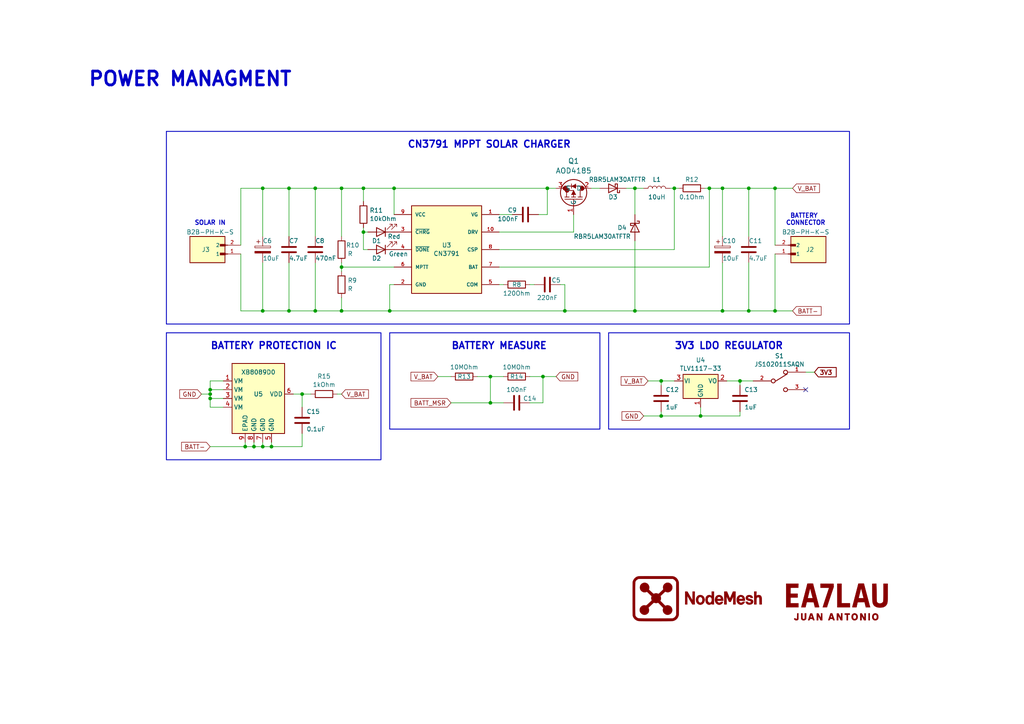
<source format=kicad_sch>
(kicad_sch (version 20250114) (generator "eeschema") (generator_version "9.0")
  (paper "A4")
  (title_block (title "NODEMESHPCB - POWER MANAGMENT") (date "18/06/2025") (rev "v1.0"))
  (lib_symbols
    (symbol "AOD4185:AOD4185" (pin_names (offset 0.254))
      (property "Reference" "Q" (at 11.43 1.905 0))
      (property "Value" "AOD4185" (at 11.43 -2.54 0))
      (symbol "AOD4185_0_1"
        (pin unspecified line (at 0 0 0) (length 2.54) (name "G") (number "1"))
        (pin unspecified line (at 7.62 5.08 270) (length 2.54) (name "D") (number "2"))
        (pin unspecified line (at 7.62 -5.08 90) (length 2.54) (name "S") (number "3"))
      )
    )
    (symbol "B2B-PH-K-S:B2B-PH-K-S" (pin_names (offset 1.016))
      (property "Reference" "J" (at -5.58 5.08 0))
      (property "Value" "B2B-PH-K-S" (at -6.35 -4.826 0))
      (symbol "B2B-PH-K-S_0_0"
        (pin passive line (at -8.89 2.54 0) (length 5.08) (name "1") (number "1"))
        (pin passive line (at -8.89 0 0) (length 5.08) (name "2") (number "2"))
      )
    )
    (symbol "CN3791:CN3791" (pin_names (offset 1.016))
      (property "Reference" "U" (at 0 0 0))
      (property "Value" "CN3791" (at -0.254 -2.286 0))
      (symbol "CN3791_0_0"
        (pin bidirectional line (at -15.24 10.16 0) (length 5.08) (name "VCC") (number "9"))
        (pin bidirectional line (at -15.24 5.08 0) (length 5.08) (name "~{CHRG}") (number "3"))
        (pin bidirectional line (at -15.24 0 0) (length 5.08) (name "~{DONE}") (number "4"))
        (pin bidirectional line (at -15.24 -5.08 0) (length 5.08) (name "MPTT") (number "6"))
        (pin bidirectional line (at -15.24 -10.16 0) (length 5.08) (name "GND") (number "2"))
        (pin bidirectional line (at 15.24 10.16 180) (length 5.08) (name "VG") (number "1"))
        (pin bidirectional line (at 15.24 5.08 180) (length 5.08) (name "DRV") (number "10"))
        (pin bidirectional line (at 15.24 0 180) (length 5.08) (name "CSP") (number "8"))
        (pin bidirectional line (at 15.24 -5.08 180) (length 5.08) (name "BAT") (number "7"))
        (pin bidirectional line (at 15.24 -10.16 180) (length 5.08) (name "COM") (number "5"))
      )
    )
    (symbol "Device:C" (pin_numbers (hide yes)) (pin_names (offset 0.254))
      (property "Reference" "C" (at 0.635 2.54 0))
      (property "Value" "C" (at 0.635 -2.54 0))
      (symbol "C_1_1"
        (pin passive line (at 0 3.81 270) (length 2.794) (name "~") (number "1"))
        (pin passive line (at 0 -3.81 90) (length 2.794) (name "~") (number "2"))
      )
    )
    (symbol "Device:C_Polarized" (pin_numbers (hide yes)) (pin_names (offset 0.254))
      (property "Reference" "C" (at 0.635 2.54 0))
      (property "Value" "C_Polarized" (at 0.635 -2.54 0))
      (symbol "C_Polarized_1_1"
        (pin passive line (at 0 3.81 270) (length 2.794) (name "~") (number "1"))
        (pin passive line (at 0 -3.81 90) (length 2.794) (name "~") (number "2"))
      )
    )
    (symbol "Device:D_Schottky" (pin_numbers (hide yes)) (pin_names (offset 1.016) (hide yes))
      (property "Reference" "D" (at 0 2.54 0))
      (property "Value" "D_Schottky" (at 0 -2.54 0))
      (symbol "D_Schottky_1_1"
        (pin passive line (at -3.81 0 0) (length 2.54) (name "K") (number "1"))
        (pin passive line (at 3.81 0 180) (length 2.54) (name "A") (number "2"))
      )
    )
    (symbol "Device:L" (pin_numbers (hide yes)) (pin_names (offset 1.016) (hide yes))
      (property "Reference" "L" (at -1.27 0 90))
      (property "Value" "L" (at 1.905 0 90))
      (symbol "L_1_1"
        (pin passive line (at 0 3.81 270) (length 1.27) (name "1") (number "1"))
        (pin passive line (at 0 -3.81 90) (length 1.27) (name "2") (number "2"))
      )
    )
    (symbol "Device:LED" (pin_numbers (hide yes)) (pin_names (offset 1.016) (hide yes))
      (property "Reference" "D" (at 0 2.54 0))
      (property "Value" "LED" (at 0 -2.54 0))
      (symbol "LED_1_1"
        (pin passive line (at -3.81 0 0) (length 2.54) (name "K") (number "1"))
        (pin passive line (at 3.81 0 180) (length 2.54) (name "A") (number "2"))
      )
    )
    (symbol "Device:R" (pin_numbers (hide yes)) (pin_names (offset 0))
      (property "Reference" "R" (at 2.032 0 90))
      (property "Value" "R" (at 0 0 90))
      (symbol "R_1_1"
        (pin passive line (at 0 3.81 270) (length 1.27) (name "~") (number "1"))
        (pin passive line (at 0 -3.81 90) (length 1.27) (name "~") (number "2"))
      )
    )
    (symbol "EA7LAULogo2:LOGO" (pin_names (offset 1.016)))
    (symbol "JS102011SAQN:JS102011SAQN" (pin_names (offset 1.016))
      (property "Reference" "S" (at -7.6229 5.0819 0))
      (property "Value" "JS102011SAQN" (at -7.6286 -5.0857 0))
      (symbol "JS102011SAQN_0_0"
        (pin passive line (at -7.62 2.54 0) (length 5.08) (name "~") (number "1"))
        (pin passive line (at -7.62 -2.54 0) (length 5.08) (name "~") (number "3"))
        (pin passive line (at 7.62 0 180) (length 5.08) (name "~") (number "2"))
      )
    )
    (symbol "NodeMeshLogo:LOGO" (pin_names (offset 1.016)))
    (symbol "Regulator_Linear:TLV1117-33" (pin_names (offset 0.254))
      (property "Reference" "U" (at -3.81 3.175 0))
      (property "Value" "TLV1117-33" (at 0 3.175 0))
      (symbol "TLV1117-33_1_1"
        (pin power_in line (at -7.62 0 0) (length 2.54) (name "VI") (number "3"))
        (pin power_in line (at 0 -7.62 90) (length 2.54) (name "GND") (number "1"))
        (pin power_out line (at 7.62 0 180) (length 2.54) (name "VO") (number "2"))
      )
    )
    (symbol "Regulator_Switching:LM25085MY"
      (property "Reference" "U5" (at 0 15.24 0))
      (property "Value" "XB8089D0" (at 0 12.7 0))
      (symbol "LM25085MY_1_1"
        (pin bidirectional line (at -10.16 5.08 0) (length 2.54) (name "VM") (number "1"))
        (pin bidirectional line (at -10.16 2.54 0) (length 2.54) (name "VM") (number "2"))
        (pin bidirectional line (at -10.16 0 0) (length 2.54) (name "VM") (number "3"))
        (pin bidirectional line (at -10.16 -2.54 0) (length 2.54) (name "VM") (number "4"))
        (pin passive line (at -3.81 -12.7 90) (length 2.54) (name "EPAD") (number "9"))
        (pin passive line (at -1.27 -12.7 90) (length 2.54) (name "GND") (number "8"))
        (pin passive line (at 1.27 -12.7 90) (length 2.54) (name "GND") (number "7"))
        (pin passive line (at 3.81 -12.7 90) (length 2.54) (name "GND") (number "5"))
        (pin power_in line (at 10.16 1.27 180) (length 2.54) (name "VDD") (number "6"))
      )
    )
  )
  (rectangle (start 176.53 96.52) (end 246.38 124.46) (stroke (width 0.254)))
  (rectangle (start 48.26 38.1) (end 246.38 93.98) (stroke (width 0.254)))
  (rectangle (start 48.26 96.52) (end 110.49 133.35) (stroke (width 0.254)))
  (rectangle (start 113.03 96.52) (end 173.99 124.46) (stroke (width 0.254)))
  (text "CN3791 MPPT SOLAR CHARGER" (at 118.11 43.18 0) (effects (font (size 2 2) (thickness 0.4) (bold yes)) (justify left bottom)))
  (text "SOLAR IN\n" (at 60.96 64.77 0) (effects (font (size 1.27 1.27) (thickness 0.254) (bold yes))))
  (text "3V3 LDO REGULATOR" (at 195.58 101.6 0) (effects (font (size 2 2) (thickness 0.4) (bold yes)) (justify left bottom)))
  (text "BATTERY \nCONNECTOR\n\n" (at 233.68 64.77 0) (effects (font (size 1.27 1.27) (thickness 0.254) (bold yes))))
  (text "BATTERY MEASURE" (at 130.81 101.6 0) (effects (font (size 2 2) (thickness 0.4) (bold yes)) (justify left bottom)))
  (text "BATTERY PROTECTION IC" (at 60.96 101.6 0) (effects (font (size 2 2) (thickness 0.4) (bold yes)) (justify left bottom)))
  (text "POWER MANAGMENT" (at 25.4 25.4 0) (effects (font (size 4 4) (thickness 0.8) (bold yes)) (justify left bottom)))
  (junction (at 91.44 54.61))
  (junction (at 76.2 90.17))
  (junction (at 184.15 54.61))
  (junction (at 60.96 113.03))
  (junction (at 113.03 90.17))
  (junction (at 83.82 90.17))
  (junction (at 60.96 114.3))
  (junction (at 99.06 77.47))
  (junction (at 191.77 110.49))
  (junction (at 105.41 67.31))
  (junction (at 209.55 54.61))
  (junction (at 60.96 115.57))
  (junction (at 73.66 129.54))
  (junction (at 224.79 90.17))
  (junction (at 195.58 54.61))
  (junction (at 142.24 109.22))
  (junction (at 99.06 54.61))
  (junction (at 157.48 109.22))
  (junction (at 163.83 90.17))
  (junction (at 191.77 120.65))
  (junction (at 214.63 110.49))
  (junction (at 205.74 54.61))
  (junction (at 91.44 90.17))
  (junction (at 217.17 54.61))
  (junction (at 99.06 90.17))
  (junction (at 76.2 129.54))
  (junction (at 71.12 129.54))
  (junction (at 142.24 116.84))
  (junction (at 224.79 54.61))
  (junction (at 76.2 54.61))
  (junction (at 217.17 90.17))
  (junction (at 114.3 54.61))
  (junction (at 209.55 90.17))
  (junction (at 184.15 90.17))
  (junction (at 78.74 129.54))
  (junction (at 158.75 54.61))
  (junction (at 105.41 54.61))
  (junction (at 83.82 54.61))
  (junction (at 203.2 120.65))
  (junction (at 87.63 114.3))
  (no_connect (at 233.68 113.03))
  (wire (pts (xy 184.15 90.17) (xy 209.55 90.17)))
  (wire (pts (xy 71.12 128.27) (xy 71.12 129.54)))
  (wire (pts (xy 76.2 128.27) (xy 76.2 129.54)))
  (wire (pts (xy 166.37 62.23) (xy 166.37 67.31)))
  (wire (pts (xy 163.83 82.55) (xy 163.83 90.17)))
  (wire (pts (xy 60.96 114.3) (xy 60.96 113.03)))
  (wire (pts (xy 157.48 109.22) (xy 161.29 109.22)))
  (wire (pts (xy 91.44 54.61) (xy 99.06 54.61)))
  (wire (pts (xy 163.83 82.55) (xy 162.56 82.55)))
  (wire (pts (xy 184.15 54.61) (xy 184.15 62.23)))
  (wire (pts (xy 144.78 72.39) (xy 195.58 72.39)))
  (wire (pts (xy 60.96 115.57) (xy 64.77 115.57)))
  (wire (pts (xy 99.06 90.17) (xy 113.03 90.17)))
  (wire (pts (xy 91.44 90.17) (xy 99.06 90.17)))
  (wire (pts (xy 76.2 54.61) (xy 76.2 68.58)))
  (wire (pts (xy 78.74 129.54) (xy 78.74 128.27)))
  (wire (pts (xy 142.24 109.22) (xy 146.05 109.22)))
  (wire (pts (xy 64.77 118.11) (xy 60.96 118.11)))
  (wire (pts (xy 127 109.22) (xy 130.81 109.22)))
  (wire (pts (xy 76.2 90.17) (xy 83.82 90.17)))
  (wire (pts (xy 99.06 77.47) (xy 99.06 78.74)))
  (wire (pts (xy 214.63 110.49) (xy 214.63 111.76)))
  (wire (pts (xy 191.77 111.76) (xy 191.77 110.49)))
  (wire (pts (xy 163.83 90.17) (xy 184.15 90.17)))
  (wire (pts (xy 60.96 110.49) (xy 64.77 110.49)))
  (wire (pts (xy 224.79 54.61) (xy 229.87 54.61)))
  (wire (pts (xy 144.78 77.47) (xy 205.74 77.47)))
  (wire (pts (xy 60.96 115.57) (xy 60.96 118.11)))
  (wire (pts (xy 106.68 72.39) (xy 105.41 72.39)))
  (wire (pts (xy 87.63 125.73) (xy 87.63 129.54)))
  (wire (pts (xy 217.17 54.61) (xy 217.17 68.58)))
  (wire (pts (xy 204.47 54.61) (xy 205.74 54.61)))
  (wire (pts (xy 142.24 116.84) (xy 142.24 109.22)))
  (wire (pts (xy 130.81 116.84) (xy 142.24 116.84)))
  (wire (pts (xy 217.17 54.61) (xy 224.79 54.61)))
  (wire (pts (xy 69.85 90.17) (xy 76.2 90.17)))
  (wire (pts (xy 209.55 76.2) (xy 209.55 90.17)))
  (wire (pts (xy 203.2 118.11) (xy 203.2 120.65)))
  (wire (pts (xy 203.2 120.65) (xy 214.63 120.65)))
  (wire (pts (xy 205.74 54.61) (xy 209.55 54.61)))
  (wire (pts (xy 210.82 110.49) (xy 214.63 110.49)))
  (wire (pts (xy 105.41 54.61) (xy 114.3 54.61)))
  (wire (pts (xy 187.96 110.49) (xy 191.77 110.49)))
  (wire (pts (xy 69.85 73.66) (xy 69.85 90.17)))
  (wire (pts (xy 113.03 90.17) (xy 163.83 90.17)))
  (wire (pts (xy 99.06 54.61) (xy 99.06 68.58)))
  (wire (pts (xy 158.75 54.61) (xy 161.29 54.61)))
  (wire (pts (xy 60.96 113.03) (xy 64.77 113.03)))
  (wire (pts (xy 158.75 62.23) (xy 158.75 54.61)))
  (wire (pts (xy 195.58 54.61) (xy 196.85 54.61)))
  (wire (pts (xy 194.31 54.61) (xy 195.58 54.61)))
  (wire (pts (xy 191.77 110.49) (xy 195.58 110.49)))
  (wire (pts (xy 146.05 82.55) (xy 144.78 82.55)))
  (wire (pts (xy 224.79 90.17) (xy 229.87 90.17)))
  (wire (pts (xy 157.48 116.84) (xy 153.67 116.84)))
  (wire (pts (xy 105.41 67.31) (xy 105.41 72.39)))
  (wire (pts (xy 73.66 129.54) (xy 76.2 129.54)))
  (wire (pts (xy 83.82 54.61) (xy 91.44 54.61)))
  (wire (pts (xy 60.96 114.3) (xy 60.96 115.57)))
  (wire (pts (xy 99.06 77.47) (xy 114.3 77.47)))
  (wire (pts (xy 113.03 82.55) (xy 113.03 90.17)))
  (wire (pts (xy 209.55 54.61) (xy 217.17 54.61)))
  (wire (pts (xy 205.74 77.47) (xy 205.74 54.61)))
  (wire (pts (xy 224.79 90.17) (xy 217.17 90.17)))
  (wire (pts (xy 87.63 114.3) (xy 90.17 114.3)))
  (wire (pts (xy 83.82 90.17) (xy 91.44 90.17)))
  (wire (pts (xy 97.79 114.3) (xy 99.06 114.3)))
  (wire (pts (xy 83.82 54.61) (xy 83.82 68.58)))
  (wire (pts (xy 105.41 58.42) (xy 105.41 54.61)))
  (wire (pts (xy 186.69 120.65) (xy 191.77 120.65)))
  (wire (pts (xy 69.85 54.61) (xy 76.2 54.61)))
  (wire (pts (xy 87.63 114.3) (xy 85.09 114.3)))
  (wire (pts (xy 214.63 110.49) (xy 218.44 110.49)))
  (wire (pts (xy 224.79 73.66) (xy 224.79 90.17)))
  (wire (pts (xy 138.43 109.22) (xy 142.24 109.22)))
  (wire (pts (xy 209.55 90.17) (xy 217.17 90.17)))
  (wire (pts (xy 158.75 54.61) (xy 114.3 54.61)))
  (wire (pts (xy 73.66 128.27) (xy 73.66 129.54)))
  (wire (pts (xy 114.3 82.55) (xy 113.03 82.55)))
  (wire (pts (xy 76.2 54.61) (xy 83.82 54.61)))
  (wire (pts (xy 171.45 54.61) (xy 173.99 54.61)))
  (wire (pts (xy 191.77 120.65) (xy 203.2 120.65)))
  (wire (pts (xy 195.58 72.39) (xy 195.58 54.61)))
  (wire (pts (xy 58.42 114.3) (xy 60.96 114.3)))
  (wire (pts (xy 191.77 119.38) (xy 191.77 120.65)))
  (wire (pts (xy 71.12 129.54) (xy 73.66 129.54)))
  (wire (pts (xy 87.63 129.54) (xy 78.74 129.54)))
  (wire (pts (xy 60.96 113.03) (xy 60.96 110.49)))
  (wire (pts (xy 217.17 76.2) (xy 217.17 90.17)))
  (wire (pts (xy 99.06 54.61) (xy 105.41 54.61)))
  (wire (pts (xy 236.22 107.95) (xy 233.68 107.95)))
  (wire (pts (xy 158.75 62.23) (xy 156.21 62.23)))
  (wire (pts (xy 76.2 76.2) (xy 76.2 90.17)))
  (wire (pts (xy 153.67 109.22) (xy 157.48 109.22)))
  (wire (pts (xy 209.55 54.61) (xy 209.55 68.58)))
  (wire (pts (xy 99.06 86.36) (xy 99.06 90.17)))
  (wire (pts (xy 114.3 54.61) (xy 114.3 62.23)))
  (wire (pts (xy 154.94 82.55) (xy 153.67 82.55)))
  (wire (pts (xy 91.44 76.2) (xy 91.44 90.17)))
  (wire (pts (xy 83.82 76.2) (xy 83.82 90.17)))
  (wire (pts (xy 69.85 71.12) (xy 69.85 54.61)))
  (wire (pts (xy 76.2 129.54) (xy 78.74 129.54)))
  (wire (pts (xy 148.59 62.23) (xy 144.78 62.23)))
  (wire (pts (xy 105.41 67.31) (xy 106.68 67.31)))
  (wire (pts (xy 184.15 54.61) (xy 186.69 54.61)))
  (wire (pts (xy 181.61 54.61) (xy 184.15 54.61)))
  (wire (pts (xy 87.63 118.11) (xy 87.63 114.3)))
  (wire (pts (xy 157.48 109.22) (xy 157.48 116.84)))
  (wire (pts (xy 99.06 76.2) (xy 99.06 77.47)))
  (wire (pts (xy 91.44 54.61) (xy 91.44 68.58)))
  (wire (pts (xy 146.05 116.84) (xy 142.24 116.84)))
  (wire (pts (xy 224.79 54.61) (xy 224.79 71.12)))
  (wire (pts (xy 166.37 67.31) (xy 144.78 67.31)))
  (wire (pts (xy 105.41 66.04) (xy 105.41 67.31)))
  (wire (pts (xy 60.96 129.54) (xy 71.12 129.54)))
  (wire (pts (xy 184.15 69.85) (xy 184.15 90.17)))
  (wire (pts (xy 214.63 120.65) (xy 214.63 119.38)))
  (global_label "V_BAT" (shape input) (at 229.87 54.61 0) (property "Intersheetrefs" "${INTERSHEET_REFS}" (effects (hide yes))))
  (global_label "GND" (shape input) (at 186.69 120.65 180) (property "Intersheetrefs" "${INTERSHEET_REFS}" (effects (hide yes))))
  (global_label "BATT-" (shape input) (at 60.96 129.54 180) (property "Intersheetrefs" "${INTERSHEET_REFS}" (effects (hide yes))))
  (global_label "BATT_MSR" (shape input) (at 130.81 116.84 180) (property "Intersheetrefs" "${INTERSHEET_REFS}" (effects (hide yes))))
  (global_label "V_BAT" (shape input) (at 187.96 110.49 180) (property "Intersheetrefs" "${INTERSHEET_REFS}" (effects (hide yes))))
  (global_label "V_BAT" (shape input) (at 99.06 114.3 0) (property "Intersheetrefs" "${INTERSHEET_REFS}" (effects (hide yes))))
  (global_label "BATT-" (shape input) (at 229.87 90.17 0) (property "Intersheetrefs" "${INTERSHEET_REFS}" (effects (hide yes))))
  (global_label "3V3" (shape input) (at 236.22 107.95 0) (effects (font (thickness 0.254) (bold yes))) (property "Intersheetrefs" "${INTERSHEET_REFS}" (effects (hide yes))))
  (global_label "GND" (shape input) (at 161.29 109.22 0) (property "Intersheetrefs" "${INTERSHEET_REFS}" (effects (hide yes))))
  (global_label "V_BAT" (shape input) (at 127 109.22 180) (property "Intersheetrefs" "${INTERSHEET_REFS}" (effects (hide yes))))
  (global_label "GND" (shape input) (at 58.42 114.3 180) (property "Intersheetrefs" "${INTERSHEET_REFS}" (effects (hide yes))))
  (symbol (lib_id "Regulator_Switching:LM25085MY") (at 74.93 115.57 0) (unit 1)
    (property "Reference" "U5" (at 74.93 114.3 0))
    (property "Value" "XB8089D0" (at 74.93 107.95 0))
    (property "Footprint" "Package_SO:SOIC-8-1EP_3.9x4.9mm_P1.27mm_EP2.41x3.3mm" (effects (hide yes)))
    (property "Datasheet" "https://www.lcsc.com/datasheet/lcsc_datasheet_2410121637_XySemi-XB8089D0_C2760005.pdf" (effects (hide yes)))
    (property "Description" "2.9V~6V Lithium-ion/Polymer 1 SOP-8-EP Battery Management ROHS" (effects (hide yes)))
  )
  (symbol (lib_id "AOD4185:AOD4185") (at 166.37 62.23 270) (mirror x) (unit 1)
    (property "Reference" "Q1" (at 166.37 46.6971 90) (effects (font (size 1.524 1.524))))
    (property "Value" "AOD4185" (at 166.37 49.53 90) (effects (font (size 1.524 1.524))))
    (property "Footprint" "TO252_AOS" (effects (hide yes)))
    (property "Datasheet" "AOD4185" (effects (hide yes)))
  )
  (symbol (lib_id "Regulator_Linear:TLV1117-33") (at 203.2 110.49 0) (unit 1)
    (property "Reference" "U4" (at 203.2 104.4405 0))
    (property "Value" "TLV1117-33" (at 203.2 106.8648 0))
    (property "Datasheet" "http://www.ti.com/lit/ds/symlink/tlv1117.pdf" (effects (hide yes)))
    (property "Description" "800mA Low-Dropout Linear Regulator, 3.3V fixed output, TO-220/TO-252/TO-263/SOT-223" (effects (hide yes)))
  )
  (symbol (lib_id "Device:R") (at 149.86 82.55 90) (unit 1)
    (property "Reference" "R8" (at 149.86 82.55 90))
    (property "Value" "120Ohm" (at 149.86 85.09 90))
    (property "Description" "Resistor" (effects (hide yes)))
  )
  (symbol (lib_id "NodeMeshLogo:LOGO") (at 201.93 173.99 0) (unit 1)
    (property "Reference" "#G3" (effects (hide yes)))
    (property "Value" "LOGO" (effects (hide yes)))
  )
  (symbol (lib_id "Device:C") (at 83.82 72.39 0) (unit 1)
    (property "Reference" "C7" (at 83.82 69.85 0) (effects (justify left)))
    (property "Value" "4.7uF" (at 83.82 74.93 0) (effects (justify left)))
    (property "Description" "Unpolarized capacitor" (effects (hide yes)))
  )
  (symbol (lib_id "Device:R") (at 93.98 114.3 90) (unit 1)
    (property "Reference" "R15" (at 93.98 109.1395 90))
    (property "Value" "1kOhm" (at 93.98 111.5638 90))
    (property "Description" "Resistor" (effects (hide yes)))
  )
  (symbol (lib_id "Device:D_Schottky") (at 177.8 54.61 180) (unit 1)
    (property "Reference" "D3" (at 177.8 57.15 0))
    (property "Value" "RBR5LAM30ATFTR" (at 179.07 52.07 0))
    (property "Description" "Schottky diode" (effects (hide yes)))
  )
  (symbol (lib_id "Device:C_Polarized") (at 209.55 72.39 0) (unit 1)
    (property "Reference" "C10" (at 209.55 69.85 0) (effects (justify left)))
    (property "Value" "10uF" (at 209.55 74.93 0) (effects (justify left)))
    (property "Description" "Polarized capacitor" (effects (hide yes)))
  )
  (symbol (lib_id "Device:C") (at 191.77 115.57 0) (unit 1)
    (property "Reference" "C12" (at 193.04 113.03 0) (effects (justify left)))
    (property "Value" "1uF" (at 193.04 118.11 0) (effects (justify left)))
    (property "Description" "Unpolarized capacitor" (effects (hide yes)))
  )
  (symbol (lib_id "CN3791:CN3791") (at 129.54 72.39 0) (unit 1)
    (property "Reference" "U3" (at 129.54 71.12 0))
    (property "Value" "CN3791" (at 129.54 73.5443 0))
    (property "Footprint" "CN3791:SSOP-10-1MM" (effects (hide yes)))
    (property "MF" "Consonance" (effects (hide yes)))
    (property "Description_1" "4A, Standalone Li-ion Battery Charger IC\nWith Photovoltaic Cell MPPT Function" (effects (hide yes)))
    (property "Package" "Package" (effects (hide yes)))
    (property "Price" "None" (effects (hide yes)))
    (property "SnapEDA_Link" "https://www.snapeda.com/parts/CN3791/Consonance/view-part/?ref=snap" (effects (hide yes)))
    (property "MP" "CN3791" (effects (hide yes)))
    (property "Availability" "In Stock" (effects (hide yes)))
    (property "Check_prices" "https://www.snapeda.com/parts/CN3791/Consonance/view-part/?ref=eda" (effects (hide yes)))
  )
  (symbol (lib_id "Device:LED") (at 110.49 72.39 180) (unit 1)
    (property "Reference" "D2" (at 109.22 74.93 0))
    (property "Value" "Green" (at 115.57 73.66 0))
    (property "Description" "Light emitting diode" (effects (hide yes)))
    (property "Sim.Pins" "1=K 2=A" (effects (hide yes)))
  )
  (symbol (lib_id "Device:R") (at 99.06 72.39 180) (unit 1)
    (property "Reference" "R10" (at 100.33 71.12 0) (effects (justify right)))
    (property "Value" "R" (at 100.838 73.6021 0) (effects (justify right)))
    (property "Description" "Resistor" (effects (hide yes)))
  )
  (symbol (lib_id "Device:R") (at 200.66 54.61 90) (unit 1)
    (property "Reference" "R12" (at 200.66 52.07 90))
    (property "Value" "0.1Ohm" (at 200.66 57.15 90))
    (property "Description" "Resistor" (effects (hide yes)))
  )
  (symbol (lib_id "B2B-PH-K-S:B2B-PH-K-S") (at 60.96 71.12 180) (unit 1)
    (property "Reference" "J3" (at 59.69 72.39 0))
    (property "Value" "B2B-PH-K-S" (at 60.96 67.31 0))
    (property "Footprint" "B2B-PH-K-S:JST_B2B-PH-K-S" (effects (hide yes)))
    (property "MANUFACTURER" "JST" (effects (hide yes)))
  )
  (symbol (lib_id "EA7LAULogo2:LOGO") (at 242.57 173.99 0) (unit 1)
    (property "Reference" "#G4" (effects (hide yes)))
    (property "Value" "LOGO" (effects (hide yes)))
  )
  (symbol (lib_id "Device:C") (at 152.4 62.23 90) (unit 1)
    (property "Reference" "C9" (at 148.59 60.96 90))
    (property "Value" "100nF" (at 147.32 63.5 90))
    (property "Description" "Unpolarized capacitor" (effects (hide yes)))
  )
  (symbol (lib_id "Device:R") (at 149.86 109.22 90) (unit 1)
    (property "Reference" "R14" (at 149.86 109.22 90))
    (property "Value" "10MOhm" (at 149.86 106.4838 90))
    (property "Description" "Resistor" (effects (hide yes)))
  )
  (symbol (lib_id "Device:L") (at 190.5 54.61 90) (unit 1)
    (property "Reference" "L1" (at 190.5 52.07 90))
    (property "Value" "10uH" (at 190.5 57.15 90))
    (property "Description" "Inductor" (effects (hide yes)))
  )
  (symbol (lib_id "Device:D_Schottky") (at 184.15 66.04 270) (unit 1)
    (property "Reference" "D4" (at 179.07 66.04 90) (effects (justify left)))
    (property "Value" "RBR5LAM30ATFTR" (at 166.37 68.58 90) (effects (justify left)))
    (property "Description" "Schottky diode" (effects (hide yes)))
  )
  (symbol (lib_id "Device:R") (at 105.41 62.23 180) (unit 1)
    (property "Reference" "R11" (at 107.188 61.0178 0) (effects (justify right)))
    (property "Value" "10kOhm" (at 107.188 63.4421 0) (effects (justify right)))
    (property "Description" "Resistor" (effects (hide yes)))
  )
  (symbol (lib_id "Device:C") (at 158.75 82.55 90) (unit 1)
    (property "Reference" "C5" (at 161.29 81.28 90))
    (property "Value" "220nF" (at 158.75 86.36 90))
    (property "Description" "Unpolarized capacitor" (effects (hide yes)))
  )
  (symbol (lib_id "JS102011SAQN:JS102011SAQN") (at 226.06 110.49 0) (mirror y) (unit 1)
    (property "Reference" "S1" (at 226.06 103.2375 0))
    (property "Value" "JS102011SAQN" (at 226.06 105.6618 0))
    (property "Footprint" "JS102011SAQN:SW_JS102011SAQN" (effects (hide yes)))
    (property "MF" "C&K" (effects (hide yes)))
    (property "Description_1" "Switch, Slide, SPDT, ON-ON, 300mA, 6VDC, Surface Mount, R/A, Gull Wing | C&K JS102011SAQN" (effects (hide yes)))
    (property "Package" "None" (effects (hide yes)))
    (property "Price" "None" (effects (hide yes)))
    (property "Check_prices" "https://www.snapeda.com/parts/JS102011SAQN/C%2526K/view-part/?ref=eda" (effects (hide yes)))
    (property "SnapEDA_Link" "https://www.snapeda.com/parts/JS102011SAQN/C%2526K/view-part/?ref=snap" (effects (hide yes)))
    (property "MP" "JS102011SAQN" (effects (hide yes)))
    (property "Availability" "In Stock" (effects (hide yes)))
    (property "MANUFACTURER" "C&K" (effects (hide yes)))
  )
  (symbol (lib_id "Device:C") (at 214.63 115.57 0) (unit 1)
    (property "Reference" "C13" (at 215.9 113.03 0) (effects (justify left)))
    (property "Value" "1uF" (at 215.9 118.11 0) (effects (justify left)))
    (property "Description" "Unpolarized capacitor" (effects (hide yes)))
  )
  (symbol (lib_id "Device:C") (at 87.63 121.92 0) (unit 1)
    (property "Reference" "C15" (at 88.9 119.38 0) (effects (justify left)))
    (property "Value" "0.1uF" (at 88.9 124.46 0) (effects (justify left)))
    (property "Description" "Unpolarized capacitor" (effects (hide yes)))
  )
  (symbol (lib_id "Device:C") (at 149.86 116.84 90) (unit 1)
    (property "Reference" "C14" (at 153.67 115.57 90))
    (property "Value" "100nF" (at 149.86 113.03 90))
    (property "Description" "Unpolarized capacitor" (effects (hide yes)))
  )
  (symbol (lib_id "Device:LED") (at 110.49 67.31 180) (unit 1)
    (property "Reference" "D1" (at 109.22 69.85 0))
    (property "Value" "Red" (at 114.3 68.58 0))
    (property "Description" "Light emitting diode" (effects (hide yes)))
    (property "Sim.Pins" "1=K 2=A" (effects (hide yes)))
  )
  (symbol (lib_id "Device:R") (at 99.06 82.55 180) (unit 1)
    (property "Reference" "R9" (at 100.838 81.3378 0) (effects (justify right)))
    (property "Value" "R" (at 100.838 83.7621 0) (effects (justify right)))
    (property "Description" "Resistor" (effects (hide yes)))
  )
  (symbol (lib_id "Device:C_Polarized") (at 76.2 72.39 0) (unit 1)
    (property "Reference" "C6" (at 76.2 69.85 0) (effects (justify left)))
    (property "Value" "10uF" (at 76.2 74.93 0) (effects (justify left)))
    (property "Description" "Polarized capacitor" (effects (hide yes)))
  )
  (symbol (lib_id "Device:C") (at 91.44 72.39 0) (unit 1)
    (property "Reference" "C8" (at 91.44 69.85 0) (effects (justify left)))
    (property "Value" "470nF" (at 91.44 74.93 0) (effects (justify left)))
    (property "Description" "Unpolarized capacitor" (effects (hide yes)))
  )
  (symbol (lib_id "Device:R") (at 134.62 109.22 90) (unit 1)
    (property "Reference" "R13" (at 134.62 109.22 90))
    (property "Value" "10MOhm" (at 134.62 106.4838 90))
    (property "Description" "Resistor" (effects (hide yes)))
  )
  (symbol (lib_id "Device:C") (at 217.17 72.39 0) (unit 1)
    (property "Reference" "C11" (at 217.17 69.85 0) (effects (justify left)))
    (property "Value" "4.7uF" (at 217.17 74.93 0) (effects (justify left)))
    (property "Description" "Unpolarized capacitor" (effects (hide yes)))
  )
  (symbol (lib_id "B2B-PH-K-S:B2B-PH-K-S") (at 233.68 71.12 0) (mirror x) (unit 1)
    (property "Reference" "J2" (at 234.95 72.39 0))
    (property "Value" "B2B-PH-K-S" (at 233.68 67.31 0))
    (property "Footprint" "B2B-PH-K-S:JST_B2B-PH-K-S" (effects (hide yes)))
    (property "MANUFACTURER" "JST" (effects (hide yes)))
  )
)
</source>
